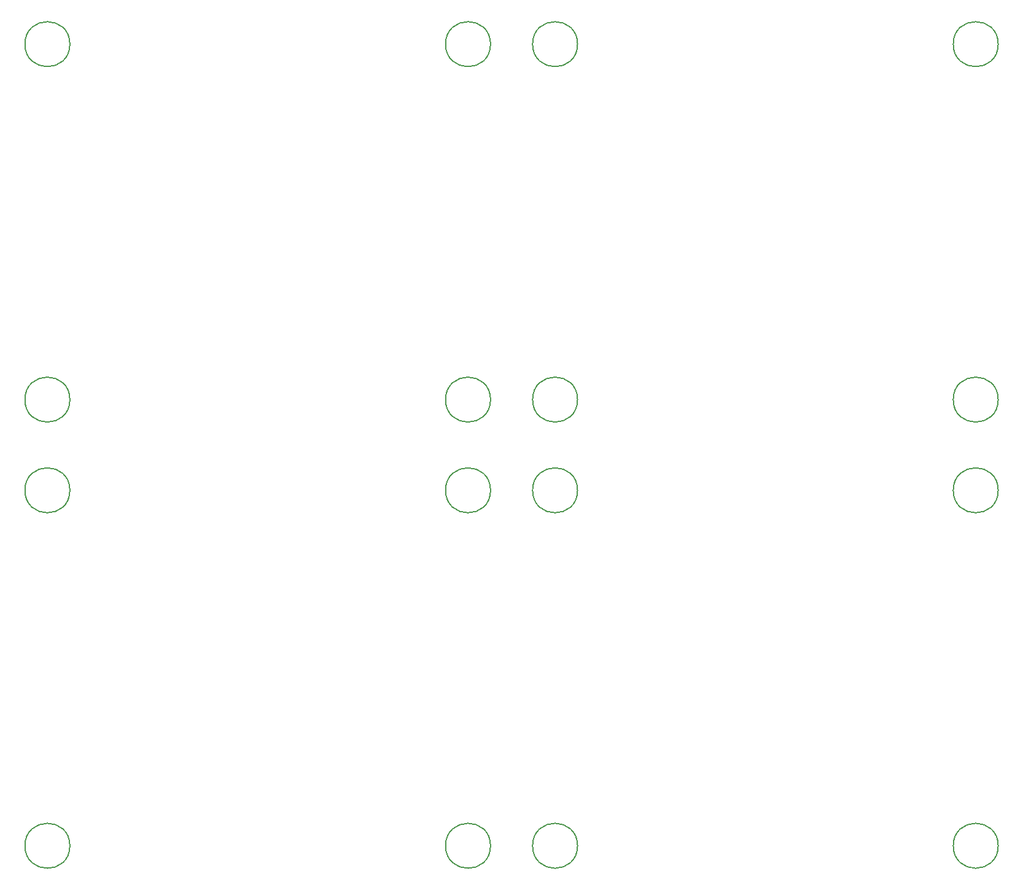
<source format=gbr>
G04 #@! TF.GenerationSoftware,KiCad,Pcbnew,(6.0.10-0)*
G04 #@! TF.CreationDate,2023-02-15T19:17:08+02:00*
G04 #@! TF.ProjectId,SH-RPi-panel,53482d52-5069-42d7-9061-6e656c2e6b69,v2.0.0*
G04 #@! TF.SameCoordinates,Original*
G04 #@! TF.FileFunction,Other,Comment*
%FSLAX46Y46*%
G04 Gerber Fmt 4.6, Leading zero omitted, Abs format (unit mm)*
G04 Created by KiCad (PCBNEW (6.0.10-0)) date 2023-02-15 19:17:08*
%MOMM*%
%LPD*%
G01*
G04 APERTURE LIST*
%ADD10C,0.150000*%
G04 APERTURE END LIST*
D10*
G04 #@! TO.C,H604*
X71600000Y-11000000D02*
G75*
G03*
X71600000Y-11000000I-3100000J0D01*
G01*
G04 #@! TO.C,H602*
X13600000Y-121500000D02*
G75*
G03*
X13600000Y-121500000I-3100000J0D01*
G01*
G04 #@! TO.C,H603*
X141600000Y-121500000D02*
G75*
G03*
X141600000Y-121500000I-3100000J0D01*
G01*
G04 #@! TO.C,H602*
X83600000Y-121500000D02*
G75*
G03*
X83600000Y-121500000I-3100000J0D01*
G01*
G04 #@! TO.C,H601*
X83600000Y-11000000D02*
G75*
G03*
X83600000Y-11000000I-3100000J0D01*
G01*
G04 #@! TO.C,H602*
X83600000Y-60000000D02*
G75*
G03*
X83600000Y-60000000I-3100000J0D01*
G01*
G04 #@! TO.C,H603*
X141600000Y-60000000D02*
G75*
G03*
X141600000Y-60000000I-3100000J0D01*
G01*
G04 #@! TO.C,H601*
X13600000Y-72500000D02*
G75*
G03*
X13600000Y-72500000I-3100000J0D01*
G01*
G04 #@! TO.C,H604*
X141600000Y-11000000D02*
G75*
G03*
X141600000Y-11000000I-3100000J0D01*
G01*
G04 #@! TO.C,H601*
X83600000Y-72500000D02*
G75*
G03*
X83600000Y-72500000I-3100000J0D01*
G01*
G04 #@! TO.C,H603*
X71600000Y-60000000D02*
G75*
G03*
X71600000Y-60000000I-3100000J0D01*
G01*
X71600000Y-121500000D02*
G75*
G03*
X71600000Y-121500000I-3100000J0D01*
G01*
G04 #@! TO.C,H601*
X13600000Y-11000000D02*
G75*
G03*
X13600000Y-11000000I-3100000J0D01*
G01*
G04 #@! TO.C,H604*
X141600000Y-72500000D02*
G75*
G03*
X141600000Y-72500000I-3100000J0D01*
G01*
G04 #@! TO.C,H602*
X13600000Y-60000000D02*
G75*
G03*
X13600000Y-60000000I-3100000J0D01*
G01*
G04 #@! TO.C,H604*
X71600000Y-72500000D02*
G75*
G03*
X71600000Y-72500000I-3100000J0D01*
G01*
G04 #@! TD*
M02*

</source>
